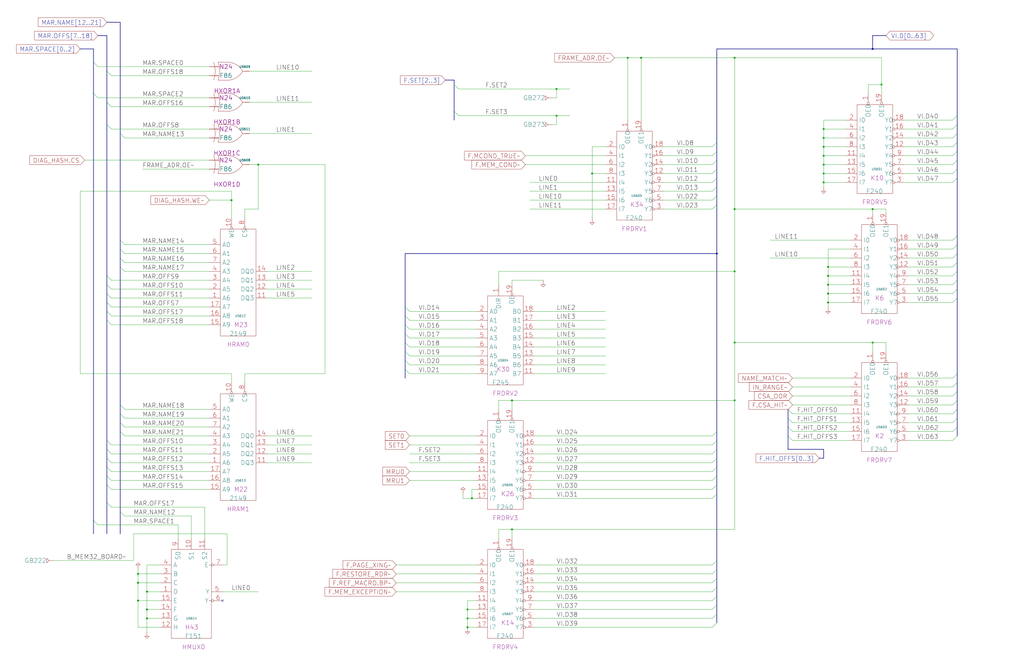
<source format=kicad_sch>
(kicad_sch (version 20250114) (generator "eeschema") (generator_version "9.0")
  (paper "User" 584.2 378.46)
  (title_block (title "HASH FUNCTION / FRAME DRIVER") (date "20-MAR-90") (rev "1.0") (comment 1 "FIU") (comment 2 "232-003065") (comment 3 "S400") (comment 4 "RELEASED"))
  (lib_symbols
    (symbol "r1000:2149" (pin_names (offset 1.016))
      (property "Reference" "U" (at 2.54 5.08 0))
      (property "Value" "2149" (at -3.81 -5.08 0))
      (property "Location" "___" (at -1.27 0 0))
      (property "Name" "______" (at 1.27 -12.7 0))
      (symbol "2149_1_1"
        (pin input line (at -15.24 45.72 0) (length 6.35) (name "A0") (number "5"))
        (pin input line (at -15.24 40.64 0) (length 6.35) (name "A1") (number "6"))
        (pin input line (at -15.24 35.56 0) (length 6.35) (name "A2") (number "7"))
        (pin input line (at -15.24 30.48 0) (length 6.35) (name "A3") (number "4"))
        (pin input line (at -15.24 25.4 0) (length 6.35) (name "A4") (number "3"))
        (pin input line (at -15.24 20.32 0) (length 6.35) (name "A5") (number "2"))
        (pin input line (at -15.24 15.24 0) (length 6.35) (name "A6") (number "1"))
        (pin input line (at -15.24 10.16 0) (length 6.35) (name "A7") (number "17"))
        (pin input line (at -15.24 5.08 0) (length 6.35) (name "A8") (number "16"))
        (pin input line (at -15.24 0 0) (length 6.35) (name "A9") (number "15"))
        (pin input line (at -2.54 60.96 270) (length 5.08) (name "WE") (number "10"))
        (pin input line (at 5.08 60.96 270) (length 5.08) (name "CS") (number "8"))
        (pin bidirectional line (at 17.78 30.48 180) (length 6.35) (name "DQ0") (number "14"))
        (pin bidirectional line (at 17.78 25.4 180) (length 6.35) (name "DQ1") (number "13"))
        (pin bidirectional line (at 17.78 20.32 180) (length 6.35) (name "DQ2") (number "12"))
        (pin bidirectional line (at 17.78 15.24 180) (length 6.35) (name "DQ3") (number "11"))
      )
    )
    (symbol "r1000:F151" (pin_names (offset 1.016))
      (property "Reference" "U" (at 2.54 5.08 0))
      (property "Value" "F151" (at -1.27 -5.08 0))
      (property "Location" "___" (at -1.27 0 0))
      (property "Name" "______" (at 3.81 -12.7 0))
      (symbol "F151_1_1"
        (pin input line (at -15.24 35.56 0) (length 6.35) (name "A") (number "4"))
        (pin input line (at -15.24 30.48 0) (length 6.35) (name "B") (number "3"))
        (pin input line (at -15.24 25.4 0) (length 6.35) (name "C") (number "2"))
        (pin input line (at -15.24 20.32 0) (length 6.35) (name "D") (number "1"))
        (pin input line (at -15.24 15.24 0) (length 6.35) (name "E") (number "15"))
        (pin input line (at -15.24 10.16 0) (length 6.35) (name "F") (number "14"))
        (pin input line (at -15.24 5.08 0) (length 6.35) (name "G") (number "13"))
        (pin input line (at -15.24 0 0) (length 6.35) (name "H") (number "12"))
        (pin input line (at -5.08 50.8 270) (length 6.35) (name "S0") (number "9"))
        (pin input line (at 2.54 50.8 270) (length 6.35) (name "S1") (number "10"))
        (pin input line (at 10.16 50.8 270) (length 6.35) (name "S2") (number "11"))
        (pin input line (at 20.32 35.56 180) (length 5.08) (name "E~") (number "7"))
        (pin output line (at 20.32 20.32 180) (length 6.35) (name "Y") (number "5"))
        (pin output line (at 20.32 15.24 180) (length 5.08) (name "Y~") (number "6"))
      )
    )
    (symbol "r1000:F240" (pin_names (offset 1.016))
      (property "Reference" "U" (at 2.54 5.08 0))
      (property "Value" "F240" (at -3.81 -7.62 0))
      (property "Location" "___" (at -1.27 0 0))
      (property "Name" "______" (at 1.27 -15.24 0))
      (symbol "F240_1_1"
        (pin input line (at -15.24 33.02 0) (length 6.35) (name "I0") (number "2"))
        (pin input line (at -15.24 27.94 0) (length 6.35) (name "I1") (number "4"))
        (pin input line (at -15.24 22.86 0) (length 6.35) (name "I2") (number "6"))
        (pin input line (at -15.24 17.78 0) (length 6.35) (name "I3") (number "8"))
        (pin input line (at -15.24 12.7 0) (length 6.35) (name "I4") (number "11"))
        (pin input line (at -15.24 7.62 0) (length 6.35) (name "I5") (number "13"))
        (pin input line (at -15.24 2.54 0) (length 6.35) (name "I6") (number "15"))
        (pin input line (at -15.24 -2.54 0) (length 6.35) (name "I7") (number "17"))
        (pin input line (at -2.54 48.26 270) (length 5.08) (name "OE0") (number "1"))
        (pin input line (at 5.08 48.26 270) (length 5.08) (name "OE1") (number "19"))
        (pin tri_state line (at 17.78 33.02 180) (length 5.08) (name "Y0") (number "18"))
        (pin tri_state line (at 17.78 27.94 180) (length 5.08) (name "Y1") (number "16"))
        (pin tri_state line (at 17.78 22.86 180) (length 5.08) (name "Y2") (number "14"))
        (pin tri_state line (at 17.78 17.78 180) (length 5.08) (name "Y3") (number "12"))
        (pin tri_state line (at 17.78 12.7 180) (length 5.08) (name "Y4") (number "9"))
        (pin tri_state line (at 17.78 7.62 180) (length 5.08) (name "Y5") (number "7"))
        (pin tri_state line (at 17.78 2.54 180) (length 5.08) (name "Y6") (number "5"))
        (pin tri_state line (at 17.78 -2.54 180) (length 5.08) (name "Y7") (number "3"))
      )
    )
    (symbol "r1000:F245" (pin_names (offset 1.016))
      (property "Reference" "U" (at 2.54 5.08 0))
      (property "Value" "F245" (at -3.81 -7.62 0))
      (property "Location" "___" (at -1.27 0 0))
      (property "Name" "______" (at 3.81 -15.24 0))
      (symbol "F245_1_1"
        (pin bidirectional line (at -12.7 33.02 0) (length 6.35) (name "A0") (number "2"))
        (pin bidirectional line (at -12.7 27.94 0) (length 6.35) (name "A1") (number "3"))
        (pin bidirectional line (at -12.7 22.86 0) (length 6.35) (name "A2") (number "4"))
        (pin bidirectional line (at -12.7 17.78 0) (length 6.35) (name "A3") (number "5"))
        (pin bidirectional line (at -12.7 12.7 0) (length 6.35) (name "A4") (number "6"))
        (pin bidirectional line (at -12.7 7.62 0) (length 6.35) (name "A5") (number "7"))
        (pin bidirectional line (at -12.7 2.54 0) (length 6.35) (name "A6") (number "8"))
        (pin bidirectional line (at -12.7 -2.54 0) (length 6.35) (name "A7") (number "9"))
        (pin input line (at 0 48.26 270) (length 6.35) (name "DIR") (number "1"))
        (pin input line (at 7.62 48.26 270) (length 5.08) (name "OE") (number "19"))
        (pin bidirectional line (at 20.32 33.02 180) (length 6.35) (name "B0") (number "18"))
        (pin bidirectional line (at 20.32 27.94 180) (length 6.35) (name "B1") (number "17"))
        (pin bidirectional line (at 20.32 22.86 180) (length 6.35) (name "B2") (number "16"))
        (pin bidirectional line (at 20.32 17.78 180) (length 6.35) (name "B3") (number "15"))
        (pin bidirectional line (at 20.32 12.7 180) (length 6.35) (name "B4") (number "14"))
        (pin bidirectional line (at 20.32 7.62 180) (length 6.35) (name "B5") (number "13"))
        (pin bidirectional line (at 20.32 2.54 180) (length 6.35) (name "B6") (number "12"))
        (pin bidirectional line (at 20.32 -2.54 180) (length 6.35) (name "B7") (number "11"))
      )
    )
    (symbol "r1000:F86" (pin_numbers (hide yes)) (pin_names (hide yes))
      (property "Reference" "U" (at 12.7 2.54 0))
      (property "Value" "F86" (at 1.905 -2.54 0))
      (property "Location" "___" (at 1.905 2.54 0))
      (property "Name" "______" (at 2.54 -12.7 0))
      (symbol "F86_1_1"
        (pin input line (at -7.62 2.54 0) (length 5.08) (name "D0") (number "1"))
        (pin input line (at -7.62 -2.54 0) (length 5.08) (name "D1") (number "2"))
        (pin output line (at 15.24 0 180) (length 2.54) (name "Q") (number "3"))
      )
    )
    (symbol "r1000:GB" (pin_numbers (hide yes)) (pin_names (offset 0) (hide yes))
      (property "Reference" "GB" (at 3.81 0 0))
      (symbol "GB_1_1"
        (pin bidirectional line (at 0 0 0) (length 2.54) (name "") (number "1"))
      )
    )
    (symbol "r1000:PD" (power) (pin_numbers (hide yes)) (pin_names (hide yes)) (in_bom no)
      (symbol "PD_1_1"
        (pin power_in line (at 0 0 270) (length 2.54) (name "PD") (number "1"))
      )
    )
    (symbol "r1000:PU" (power) (pin_numbers (hide yes)) (pin_names (hide yes))
      (symbol "PU_1_1"
        (pin power_in line (at 0 0 90) (length 2.54) (name "PU") (number "1"))
      )
    )
  )
  (junction (at 83.82 347.98))
  (junction (at 469.9 78.74))
  (junction (at 472.44 172.72))
  (junction (at 292.1 302.26))
  (junction (at 83.82 353.06))
  (junction (at 83.82 337.82))
  (junction (at 337.82 99.06))
  (junction (at 78.74 332.74))
  (junction (at 469.9 93.98))
  (junction (at 317.5 50.8))
  (junction (at 317.5 66.04))
  (junction (at 78.74 342.9))
  (junction (at 497.84 195.58))
  (junction (at 365.76 33.02))
  (junction (at 497.84 27.94))
  (junction (at 269.24 284.48))
  (junction (at 497.84 119.38))
  (junction (at 132.08 114.3))
  (junction (at 469.9 88.9))
  (junction (at 292.1 228.6))
  (junction (at 419.1 228.6))
  (junction (at 358.14 33.02))
  (junction (at 469.9 104.14))
  (junction (at 472.44 157.48))
  (junction (at 266.7 353.06))
  (junction (at 78.74 327.66))
  (junction (at 419.1 119.38))
  (junction (at 408.94 144.78))
  (junction (at 469.9 83.82))
  (junction (at 472.44 152.4))
  (junction (at 266.7 347.98))
  (junction (at 419.1 154.94))
  (junction (at 419.1 195.58))
  (junction (at 266.7 358.14))
  (junction (at 502.92 48.26))
  (junction (at 469.9 99.06))
  (junction (at 147.32 93.98))
  (junction (at 469.9 73.66))
  (junction (at 419.1 33.02))
  (junction (at 472.44 167.64))
  (junction (at 472.44 162.56))
  (no_connect (at 127 342.9))
  (bus_entry (at 408.94 266.7) (size -2.54 2.54))
  (bus_entry (at 60.96 182.88) (size 2.54 2.54))
  (bus_entry (at 68.58 142.24) (size 2.54 2.54))
  (bus_entry (at 408.94 246.38) (size -2.54 2.54))
  (bus_entry (at 408.94 320.04) (size -2.54 2.54))
  (bus_entry (at 546.1 86.36) (size -2.54 2.54))
  (bus_entry (at 259.08 63.5) (size 2.54 2.54))
  (bus_entry (at 408.94 116.84) (size -2.54 2.54))
  (bus_entry (at 408.94 350.52) (size -2.54 2.54))
  (bus_entry (at 60.96 162.56) (size 2.54 2.54))
  (bus_entry (at 546.1 248.92) (size -2.54 2.54))
  (bus_entry (at 408.94 355.6) (size -2.54 2.54))
  (bus_entry (at 546.1 165.1) (size -2.54 2.54))
  (bus_entry (at 68.58 137.16) (size 2.54 2.54))
  (bus_entry (at 449.58 233.68) (size 2.54 2.54))
  (bus_entry (at 408.94 256.54) (size -2.54 2.54))
  (bus_entry (at 408.94 281.94) (size -2.54 2.54))
  (bus_entry (at 546.1 238.76) (size -2.54 2.54))
  (bus_entry (at 60.96 177.8) (size 2.54 2.54))
  (bus_entry (at 60.96 71.12) (size 2.54 2.54))
  (bus_entry (at 408.94 81.28) (size -2.54 2.54))
  (bus_entry (at 60.96 276.86) (size 2.54 2.54))
  (bus_entry (at 60.96 261.62) (size 2.54 2.54))
  (bus_entry (at 60.96 167.64) (size 2.54 2.54))
  (bus_entry (at 546.1 81.28) (size -2.54 2.54))
  (bus_entry (at 408.94 101.6) (size -2.54 2.54))
  (bus_entry (at 408.94 271.78) (size -2.54 2.54))
  (bus_entry (at 546.1 170.18) (size -2.54 2.54))
  (bus_entry (at 60.96 271.78) (size 2.54 2.54))
  (bus_entry (at 546.1 228.6) (size -2.54 2.54))
  (bus_entry (at 449.58 243.84) (size 2.54 2.54))
  (bus_entry (at 68.58 236.22) (size 2.54 2.54))
  (bus_entry (at 408.94 340.36) (size -2.54 2.54))
  (bus_entry (at 546.1 144.78) (size -2.54 2.54))
  (bus_entry (at 68.58 152.4) (size 2.54 2.54))
  (bus_entry (at 546.1 160.02) (size -2.54 2.54))
  (bus_entry (at 546.1 223.52) (size -2.54 2.54))
  (bus_entry (at 231.14 175.26) (size 2.54 2.54))
  (bus_entry (at 231.14 210.82) (size 2.54 2.54))
  (bus_entry (at 53.34 53.34) (size 2.54 2.54))
  (bus_entry (at 259.08 48.26) (size 2.54 2.54))
  (bus_entry (at 408.94 330.2) (size -2.54 2.54))
  (bus_entry (at 408.94 335.28) (size -2.54 2.54))
  (bus_entry (at 53.34 35.56) (size 2.54 2.54))
  (bus_entry (at 408.94 106.68) (size -2.54 2.54))
  (bus_entry (at 231.14 195.58) (size 2.54 2.54))
  (bus_entry (at 408.94 91.44) (size -2.54 2.54))
  (bus_entry (at 546.1 101.6) (size -2.54 2.54))
  (bus_entry (at 546.1 149.86) (size -2.54 2.54))
  (bus_entry (at 546.1 154.94) (size -2.54 2.54))
  (bus_entry (at 408.94 325.12) (size -2.54 2.54))
  (bus_entry (at 60.96 157.48) (size 2.54 2.54))
  (bus_entry (at 60.96 172.72) (size 2.54 2.54))
  (bus_entry (at 449.58 248.92) (size 2.54 2.54))
  (bus_entry (at 60.96 58.42) (size 2.54 2.54))
  (bus_entry (at 546.1 91.44) (size -2.54 2.54))
  (bus_entry (at 68.58 147.32) (size 2.54 2.54))
  (bus_entry (at 68.58 231.14) (size 2.54 2.54))
  (bus_entry (at 546.1 66.04) (size -2.54 2.54))
  (bus_entry (at 546.1 96.52) (size -2.54 2.54))
  (bus_entry (at 231.14 205.74) (size 2.54 2.54))
  (bus_entry (at 546.1 218.44) (size -2.54 2.54))
  (bus_entry (at 60.96 256.54) (size 2.54 2.54))
  (bus_entry (at 546.1 76.2) (size -2.54 2.54))
  (bus_entry (at 231.14 180.34) (size 2.54 2.54))
  (bus_entry (at 231.14 190.5) (size 2.54 2.54))
  (bus_entry (at 408.94 251.46) (size -2.54 2.54))
  (bus_entry (at 546.1 233.68) (size -2.54 2.54))
  (bus_entry (at 231.14 185.42) (size 2.54 2.54))
  (bus_entry (at 231.14 200.66) (size 2.54 2.54))
  (bus_entry (at 546.1 213.36) (size -2.54 2.54))
  (bus_entry (at 408.94 345.44) (size -2.54 2.54))
  (bus_entry (at 60.96 40.64) (size 2.54 2.54))
  (bus_entry (at 68.58 76.2) (size 2.54 2.54))
  (bus_entry (at 53.34 297.18) (size 2.54 2.54))
  (bus_entry (at 408.94 111.76) (size -2.54 2.54))
  (bus_entry (at 449.58 238.76) (size 2.54 2.54))
  (bus_entry (at 408.94 96.52) (size -2.54 2.54))
  (bus_entry (at 68.58 241.3) (size 2.54 2.54))
  (bus_entry (at 408.94 261.62) (size -2.54 2.54))
  (bus_entry (at 68.58 246.38) (size 2.54 2.54))
  (bus_entry (at 60.96 266.7) (size 2.54 2.54))
  (bus_entry (at 60.96 251.46) (size 2.54 2.54))
  (bus_entry (at 68.58 292.1) (size 2.54 2.54))
  (bus_entry (at 546.1 243.84) (size -2.54 2.54))
  (bus_entry (at 408.94 86.36) (size -2.54 2.54))
  (bus_entry (at 546.1 71.12) (size -2.54 2.54))
  (bus_entry (at 408.94 276.86) (size -2.54 2.54))
  (bus_entry (at 546.1 134.62) (size -2.54 2.54))
  (bus_entry (at 546.1 139.7) (size -2.54 2.54))
  (bus_entry (at 60.96 287.02) (size 2.54 2.54))
  (wire (pts (xy 469.9 88.9) (xy 469.9 93.98)))
  (wire (pts (xy 78.74 358.14) (xy 78.74 342.9)))
  (wire (pts (xy 266.7 358.14) (xy 271.78 358.14)))
  (wire (pts (xy 515.62 104.14) (xy 543.56 104.14)))
  (wire (pts (xy 63.5 60.96) (xy 119.38 60.96)))
  (bus (pts (xy 546.1 71.12) (xy 546.1 76.2)))
  (bus (pts (xy 408.94 330.2) (xy 408.94 335.28)))
  (wire (pts (xy 304.8 337.82) (xy 406.4 337.82)))
  (wire (pts (xy 472.44 172.72) (xy 485.14 172.72)))
  (wire (pts (xy 132.08 218.44) (xy 132.08 213.36)))
  (wire (pts (xy 304.8 198.12) (xy 345.44 198.12)))
  (wire (pts (xy 469.9 93.98) (xy 469.9 99.06)))
  (wire (pts (xy 304.8 279.4) (xy 406.4 279.4)))
  (wire (pts (xy 452.12 251.46) (xy 485.14 251.46)))
  (wire (pts (xy 233.68 248.92) (xy 271.78 248.92)))
  (wire (pts (xy 358.14 33.02) (xy 350.52 33.02)))
  (bus (pts (xy 546.1 223.52) (xy 546.1 228.6)))
  (bus (pts (xy 546.1 238.76) (xy 546.1 243.84)))
  (wire (pts (xy 304.8 274.32) (xy 406.4 274.32)))
  (wire (pts (xy 63.5 264.16) (xy 119.38 264.16)))
  (wire (pts (xy 304.8 259.08) (xy 406.4 259.08)))
  (bus (pts (xy 546.1 27.94) (xy 497.84 27.94)))
  (wire (pts (xy 63.5 254) (xy 119.38 254)))
  (wire (pts (xy 419.1 154.94) (xy 419.1 119.38)))
  (wire (pts (xy 71.12 233.68) (xy 119.38 233.68)))
  (wire (pts (xy 345.44 83.82) (xy 337.82 83.82)))
  (wire (pts (xy 233.68 208.28) (xy 271.78 208.28)))
  (wire (pts (xy 226.06 327.66) (xy 271.78 327.66)))
  (bus (pts (xy 60.96 162.56) (xy 60.96 167.64)))
  (wire (pts (xy 469.9 88.9) (xy 482.6 88.9)))
  (wire (pts (xy 304.8 269.24) (xy 406.4 269.24)))
  (wire (pts (xy 497.84 195.58) (xy 505.46 195.58)))
  (bus (pts (xy 231.14 144.78) (xy 231.14 175.26)))
  (bus (pts (xy 55.88 20.32) (xy 60.96 20.32)))
  (wire (pts (xy 63.5 175.26) (xy 119.38 175.26)))
  (wire (pts (xy 378.46 109.22) (xy 406.4 109.22)))
  (wire (pts (xy 304.8 342.9) (xy 406.4 342.9)))
  (bus (pts (xy 546.1 243.84) (xy 546.1 248.92)))
  (bus (pts (xy 546.1 101.6) (xy 546.1 134.62)))
  (bus (pts (xy 408.94 91.44) (xy 408.94 96.52)))
  (wire (pts (xy 78.74 332.74) (xy 78.74 327.66)))
  (wire (pts (xy 142.24 40.64) (xy 177.8 40.64)))
  (wire (pts (xy 142.24 58.42) (xy 177.8 58.42)))
  (bus (pts (xy 546.1 149.86) (xy 546.1 154.94)))
  (bus (pts (xy 408.94 256.54) (xy 408.94 261.62)))
  (wire (pts (xy 515.62 99.06) (xy 543.56 99.06)))
  (wire (pts (xy 304.8 358.14) (xy 406.4 358.14)))
  (wire (pts (xy 337.82 83.82) (xy 337.82 99.06)))
  (wire (pts (xy 292.1 302.26) (xy 419.1 302.26)))
  (wire (pts (xy 502.92 53.34) (xy 502.92 48.26)))
  (wire (pts (xy 233.68 177.8) (xy 271.78 177.8)))
  (bus (pts (xy 497.84 20.32) (xy 505.46 20.32)))
  (wire (pts (xy 284.48 233.68) (xy 284.48 228.6)))
  (wire (pts (xy 83.82 353.06) (xy 91.44 353.06)))
  (wire (pts (xy 271.78 284.48) (xy 269.24 284.48)))
  (bus (pts (xy 68.58 231.14) (xy 68.58 236.22)))
  (wire (pts (xy 304.8 182.88) (xy 345.44 182.88)))
  (wire (pts (xy 185.42 93.98) (xy 147.32 93.98)))
  (wire (pts (xy 271.78 342.9) (xy 266.7 342.9)))
  (bus (pts (xy 546.1 218.44) (xy 546.1 223.52)))
  (bus (pts (xy 60.96 20.32) (xy 60.96 40.64)))
  (wire (pts (xy 518.16 157.48) (xy 543.56 157.48)))
  (bus (pts (xy 408.94 106.68) (xy 408.94 111.76)))
  (wire (pts (xy 472.44 142.24) (xy 485.14 142.24)))
  (wire (pts (xy 233.68 187.96) (xy 271.78 187.96)))
  (wire (pts (xy 63.5 160.02) (xy 119.38 160.02)))
  (wire (pts (xy 502.92 33.02) (xy 419.1 33.02)))
  (wire (pts (xy 518.16 236.22) (xy 543.56 236.22)))
  (wire (pts (xy 129.54 304.8) (xy 129.54 322.58)))
  (bus (pts (xy 60.96 172.72) (xy 60.96 177.8)))
  (bus (pts (xy 408.94 86.36) (xy 408.94 91.44)))
  (wire (pts (xy 78.74 342.9) (xy 78.74 332.74)))
  (wire (pts (xy 292.1 302.26) (xy 292.1 307.34)))
  (wire (pts (xy 497.84 200.66) (xy 497.84 195.58)))
  (wire (pts (xy 518.16 137.16) (xy 543.56 137.16)))
  (wire (pts (xy 518.16 231.14) (xy 543.56 231.14)))
  (bus (pts (xy 408.94 340.36) (xy 408.94 345.44)))
  (wire (pts (xy 299.72 88.9) (xy 345.44 88.9)))
  (bus (pts (xy 60.96 182.88) (xy 60.96 251.46)))
  (wire (pts (xy 142.24 93.98) (xy 147.32 93.98)))
  (wire (pts (xy 233.68 264.16) (xy 271.78 264.16)))
  (wire (pts (xy 518.16 152.4) (xy 543.56 152.4)))
  (wire (pts (xy 469.9 68.58) (xy 469.9 73.66)))
  (wire (pts (xy 304.8 347.98) (xy 406.4 347.98)))
  (bus (pts (xy 546.1 76.2) (xy 546.1 81.28)))
  (wire (pts (xy 139.7 119.38) (xy 139.7 124.46)))
  (bus (pts (xy 546.1 213.36) (xy 546.1 218.44)))
  (wire (pts (xy 419.1 119.38) (xy 497.84 119.38)))
  (bus (pts (xy 546.1 154.94) (xy 546.1 160.02)))
  (wire (pts (xy 83.82 347.98) (xy 83.82 353.06)))
  (bus (pts (xy 408.94 345.44) (xy 408.94 350.52)))
  (wire (pts (xy 419.1 119.38) (xy 419.1 33.02)))
  (bus (pts (xy 408.94 271.78) (xy 408.94 276.86)))
  (bus (pts (xy 546.1 170.18) (xy 546.1 213.36)))
  (bus (pts (xy 408.94 350.52) (xy 408.94 355.6)))
  (wire (pts (xy 518.16 172.72) (xy 543.56 172.72)))
  (wire (pts (xy 304.8 284.48) (xy 406.4 284.48)))
  (bus (pts (xy 546.1 160.02) (xy 546.1 165.1)))
  (bus (pts (xy 546.1 81.28) (xy 546.1 86.36)))
  (wire (pts (xy 264.16 284.48) (xy 264.16 281.94)))
  (wire (pts (xy 472.44 142.24) (xy 472.44 152.4)))
  (wire (pts (xy 304.8 353.06) (xy 406.4 353.06)))
  (bus (pts (xy 546.1 91.44) (xy 546.1 96.52)))
  (bus (pts (xy 53.34 27.94) (xy 53.34 35.56)))
  (wire (pts (xy 469.9 83.82) (xy 469.9 88.9)))
  (bus (pts (xy 546.1 144.78) (xy 546.1 149.86)))
  (wire (pts (xy 152.4 248.92) (xy 177.8 248.92)))
  (bus (pts (xy 408.94 335.28) (xy 408.94 340.36)))
  (bus (pts (xy 68.58 236.22) (xy 68.58 241.3)))
  (wire (pts (xy 71.12 149.86) (xy 119.38 149.86)))
  (bus (pts (xy 497.84 27.94) (xy 497.84 20.32)))
  (wire (pts (xy 497.84 195.58) (xy 419.1 195.58)))
  (bus (pts (xy 259.08 63.5) (xy 259.08 68.58)))
  (wire (pts (xy 469.9 78.74) (xy 469.9 83.82)))
  (bus (pts (xy 231.14 190.5) (xy 231.14 195.58)))
  (wire (pts (xy 63.5 185.42) (xy 119.38 185.42)))
  (wire (pts (xy 71.12 243.84) (xy 119.38 243.84)))
  (bus (pts (xy 231.14 210.82) (xy 231.14 215.9)))
  (wire (pts (xy 63.5 269.24) (xy 119.38 269.24)))
  (wire (pts (xy 284.48 154.94) (xy 419.1 154.94)))
  (wire (pts (xy 515.62 68.58) (xy 543.56 68.58)))
  (bus (pts (xy 53.34 297.18) (xy 53.34 304.8)))
  (bus (pts (xy 68.58 142.24) (xy 68.58 147.32)))
  (wire (pts (xy 505.46 121.92) (xy 505.46 119.38)))
  (wire (pts (xy 469.9 73.66) (xy 482.6 73.66)))
  (wire (pts (xy 71.12 78.74) (xy 119.38 78.74)))
  (wire (pts (xy 302.26 109.22) (xy 345.44 109.22)))
  (bus (pts (xy 497.84 27.94) (xy 408.94 27.94)))
  (bus (pts (xy 449.58 248.92) (xy 449.58 256.54)))
  (wire (pts (xy 472.44 152.4) (xy 485.14 152.4)))
  (bus (pts (xy 60.96 167.64) (xy 60.96 172.72)))
  (wire (pts (xy 518.16 220.98) (xy 543.56 220.98)))
  (wire (pts (xy 63.5 274.32) (xy 119.38 274.32)))
  (bus (pts (xy 449.58 233.68) (xy 449.58 238.76)))
  (wire (pts (xy 502.92 48.26) (xy 502.92 33.02)))
  (wire (pts (xy 71.12 144.78) (xy 119.38 144.78)))
  (bus (pts (xy 60.96 177.8) (xy 60.96 182.88)))
  (wire (pts (xy 518.16 142.24) (xy 543.56 142.24)))
  (wire (pts (xy 505.46 200.66) (xy 505.46 195.58)))
  (wire (pts (xy 358.14 33.02) (xy 358.14 68.58)))
  (bus (pts (xy 231.14 180.34) (xy 231.14 185.42)))
  (wire (pts (xy 266.7 347.98) (xy 266.7 353.06)))
  (wire (pts (xy 152.4 264.16) (xy 177.8 264.16)))
  (bus (pts (xy 68.58 152.4) (xy 68.58 231.14)))
  (bus (pts (xy 68.58 147.32) (xy 68.58 152.4)))
  (wire (pts (xy 48.26 91.44) (xy 119.38 91.44)))
  (bus (pts (xy 546.1 228.6) (xy 546.1 233.68)))
  (wire (pts (xy 71.12 248.92) (xy 119.38 248.92)))
  (wire (pts (xy 233.68 182.88) (xy 271.78 182.88)))
  (wire (pts (xy 518.16 246.38) (xy 543.56 246.38)))
  (wire (pts (xy 266.7 347.98) (xy 271.78 347.98)))
  (wire (pts (xy 518.16 251.46) (xy 543.56 251.46)))
  (wire (pts (xy 76.2 320.04) (xy 76.2 304.8)))
  (bus (pts (xy 408.94 320.04) (xy 408.94 325.12)))
  (wire (pts (xy 83.82 337.82) (xy 91.44 337.82)))
  (wire (pts (xy 518.16 147.32) (xy 543.56 147.32)))
  (wire (pts (xy 472.44 152.4) (xy 472.44 157.48)))
  (wire (pts (xy 226.06 322.58) (xy 271.78 322.58)))
  (wire (pts (xy 472.44 157.48) (xy 472.44 162.56)))
  (wire (pts (xy 472.44 167.64) (xy 485.14 167.64)))
  (wire (pts (xy 132.08 213.36) (xy 45.72 213.36)))
  (wire (pts (xy 71.12 238.76) (xy 119.38 238.76)))
  (wire (pts (xy 518.16 241.3) (xy 543.56 241.3)))
  (bus (pts (xy 546.1 86.36) (xy 546.1 91.44)))
  (bus (pts (xy 68.58 246.38) (xy 68.58 292.1)))
  (wire (pts (xy 515.62 88.9) (xy 543.56 88.9)))
  (wire (pts (xy 127 337.82) (xy 147.32 337.82)))
  (bus (pts (xy 546.1 134.62) (xy 546.1 139.7)))
  (bus (pts (xy 408.94 144.78) (xy 231.14 144.78)))
  (wire (pts (xy 304.8 203.2) (xy 345.44 203.2)))
  (bus (pts (xy 546.1 139.7) (xy 546.1 144.78)))
  (wire (pts (xy 78.74 332.74) (xy 91.44 332.74)))
  (bus (pts (xy 408.94 266.7) (xy 408.94 271.78)))
  (bus (pts (xy 408.94 96.52) (xy 408.94 101.6)))
  (wire (pts (xy 378.46 88.9) (xy 406.4 88.9)))
  (bus (pts (xy 68.58 137.16) (xy 68.58 142.24)))
  (wire (pts (xy 292.1 228.6) (xy 419.1 228.6)))
  (wire (pts (xy 109.22 294.64) (xy 71.12 294.64)))
  (bus (pts (xy 449.58 238.76) (xy 449.58 243.84)))
  (wire (pts (xy 304.8 322.58) (xy 406.4 322.58)))
  (wire (pts (xy 152.4 165.1) (xy 177.8 165.1)))
  (wire (pts (xy 63.5 170.18) (xy 119.38 170.18)))
  (wire (pts (xy 284.48 228.6) (xy 292.1 228.6)))
  (bus (pts (xy 231.14 175.26) (xy 231.14 180.34)))
  (wire (pts (xy 132.08 109.22) (xy 132.08 114.3)))
  (wire (pts (xy 452.12 236.22) (xy 485.14 236.22)))
  (wire (pts (xy 63.5 43.18) (xy 119.38 43.18)))
  (wire (pts (xy 233.68 259.08) (xy 271.78 259.08)))
  (wire (pts (xy 452.12 215.9) (xy 485.14 215.9)))
  (wire (pts (xy 91.44 358.14) (xy 78.74 358.14)))
  (wire (pts (xy 233.68 269.24) (xy 271.78 269.24)))
  (bus (pts (xy 469.9 256.54) (xy 469.9 261.62)))
  (wire (pts (xy 269.24 284.48) (xy 264.16 284.48)))
  (wire (pts (xy 469.9 78.74) (xy 482.6 78.74)))
  (bus (pts (xy 231.14 195.58) (xy 231.14 200.66)))
  (wire (pts (xy 30.48 320.04) (xy 76.2 320.04)))
  (wire (pts (xy 337.82 99.06) (xy 337.82 124.46)))
  (wire (pts (xy 261.62 66.04) (xy 317.5 66.04)))
  (bus (pts (xy 546.1 66.04) (xy 546.1 71.12)))
  (wire (pts (xy 109.22 307.34) (xy 109.22 294.64)))
  (wire (pts (xy 378.46 114.3) (xy 406.4 114.3)))
  (wire (pts (xy 518.16 167.64) (xy 543.56 167.64)))
  (wire (pts (xy 314.96 55.88) (xy 317.5 55.88)))
  (wire (pts (xy 226.06 337.82) (xy 271.78 337.82)))
  (wire (pts (xy 233.68 254) (xy 271.78 254)))
  (wire (pts (xy 284.48 307.34) (xy 284.48 302.26)))
  (wire (pts (xy 317.5 50.8) (xy 317.5 55.88)))
  (wire (pts (xy 472.44 172.72) (xy 472.44 175.26)))
  (bus (pts (xy 60.96 287.02) (xy 60.96 304.8)))
  (bus (pts (xy 546.1 27.94) (xy 546.1 66.04)))
  (wire (pts (xy 419.1 302.26) (xy 419.1 228.6)))
  (wire (pts (xy 55.88 38.1) (xy 119.38 38.1)))
  (wire (pts (xy 261.62 50.8) (xy 317.5 50.8)))
  (wire (pts (xy 142.24 76.2) (xy 177.8 76.2)))
  (bus (pts (xy 60.96 256.54) (xy 60.96 261.62)))
  (wire (pts (xy 452.12 220.98) (xy 485.14 220.98)))
  (wire (pts (xy 469.9 99.06) (xy 482.6 99.06)))
  (wire (pts (xy 119.38 114.3) (xy 132.08 114.3)))
  (wire (pts (xy 472.44 162.56) (xy 485.14 162.56)))
  (wire (pts (xy 233.68 203.2) (xy 271.78 203.2)))
  (bus (pts (xy 60.96 71.12) (xy 60.96 157.48)))
  (wire (pts (xy 469.9 104.14) (xy 482.6 104.14)))
  (bus (pts (xy 408.94 144.78) (xy 408.94 246.38)))
  (wire (pts (xy 292.1 160.02) (xy 309.88 160.02)))
  (bus (pts (xy 231.14 200.66) (xy 231.14 205.74)))
  (wire (pts (xy 101.6 307.34) (xy 101.6 299.72)))
  (wire (pts (xy 304.8 187.96) (xy 345.44 187.96)))
  (wire (pts (xy 63.5 279.4) (xy 119.38 279.4)))
  (wire (pts (xy 233.68 213.36) (xy 271.78 213.36)))
  (wire (pts (xy 266.7 353.06) (xy 266.7 358.14)))
  (bus (pts (xy 408.94 325.12) (xy 408.94 330.2)))
  (bus (pts (xy 60.96 266.7) (xy 60.96 271.78)))
  (wire (pts (xy 71.12 154.94) (xy 119.38 154.94)))
  (wire (pts (xy 45.72 213.36) (xy 45.72 109.22)))
  (wire (pts (xy 83.82 322.58) (xy 83.82 337.82)))
  (wire (pts (xy 304.8 248.92) (xy 406.4 248.92)))
  (wire (pts (xy 378.46 83.82) (xy 406.4 83.82)))
  (bus (pts (xy 60.96 40.64) (xy 60.96 58.42)))
  (wire (pts (xy 515.62 83.82) (xy 543.56 83.82)))
  (bus (pts (xy 408.94 251.46) (xy 408.94 256.54)))
  (bus (pts (xy 68.58 76.2) (xy 68.58 137.16)))
  (wire (pts (xy 269.24 279.4) (xy 269.24 284.48)))
  (bus (pts (xy 60.96 276.86) (xy 60.96 287.02)))
  (wire (pts (xy 515.62 78.74) (xy 543.56 78.74)))
  (wire (pts (xy 83.82 337.82) (xy 83.82 347.98)))
  (wire (pts (xy 317.5 66.04) (xy 325.12 66.04)))
  (bus (pts (xy 254 45.72) (xy 259.08 45.72)))
  (wire (pts (xy 419.1 33.02) (xy 365.76 33.02)))
  (bus (pts (xy 408.94 27.94) (xy 408.94 81.28)))
  (wire (pts (xy 299.72 93.98) (xy 345.44 93.98)))
  (wire (pts (xy 302.26 114.3) (xy 345.44 114.3)))
  (bus (pts (xy 408.94 111.76) (xy 408.94 116.84)))
  (wire (pts (xy 314.96 71.12) (xy 317.5 71.12)))
  (wire (pts (xy 304.8 254) (xy 406.4 254)))
  (wire (pts (xy 152.4 254) (xy 177.8 254)))
  (bus (pts (xy 60.96 251.46) (xy 60.96 256.54)))
  (wire (pts (xy 515.62 73.66) (xy 543.56 73.66)))
  (wire (pts (xy 304.8 208.28) (xy 345.44 208.28)))
  (bus (pts (xy 231.14 205.74) (xy 231.14 210.82)))
  (bus (pts (xy 231.14 185.42) (xy 231.14 190.5)))
  (wire (pts (xy 472.44 162.56) (xy 472.44 167.64)))
  (bus (pts (xy 408.94 276.86) (xy 408.94 281.94)))
  (wire (pts (xy 147.32 119.38) (xy 139.7 119.38)))
  (bus (pts (xy 408.94 101.6) (xy 408.94 106.68)))
  (wire (pts (xy 233.68 193.04) (xy 271.78 193.04)))
  (wire (pts (xy 378.46 93.98) (xy 406.4 93.98)))
  (wire (pts (xy 304.8 213.36) (xy 345.44 213.36)))
  (wire (pts (xy 139.7 213.36) (xy 185.42 213.36)))
  (wire (pts (xy 472.44 157.48) (xy 485.14 157.48)))
  (wire (pts (xy 45.72 109.22) (xy 132.08 109.22)))
  (wire (pts (xy 439.42 147.32) (xy 485.14 147.32)))
  (wire (pts (xy 266.7 353.06) (xy 271.78 353.06)))
  (wire (pts (xy 139.7 218.44) (xy 139.7 213.36)))
  (wire (pts (xy 497.84 121.92) (xy 497.84 119.38)))
  (wire (pts (xy 63.5 73.66) (xy 119.38 73.66)))
  (wire (pts (xy 132.08 114.3) (xy 132.08 124.46)))
  (wire (pts (xy 292.1 228.6) (xy 292.1 233.68)))
  (wire (pts (xy 469.9 73.66) (xy 469.9 78.74)))
  (wire (pts (xy 302.26 104.14) (xy 345.44 104.14)))
  (wire (pts (xy 304.8 332.74) (xy 406.4 332.74)))
  (wire (pts (xy 284.48 162.56) (xy 284.48 154.94)))
  (bus (pts (xy 45.72 27.94) (xy 53.34 27.94)))
  (wire (pts (xy 518.16 226.06) (xy 543.56 226.06)))
  (bus (pts (xy 259.08 48.26) (xy 259.08 63.5)))
  (bus (pts (xy 68.58 241.3) (xy 68.58 246.38)))
  (bus (pts (xy 68.58 292.1) (xy 68.58 304.8)))
  (wire (pts (xy 63.5 165.1) (xy 119.38 165.1)))
  (bus (pts (xy 60.96 271.78) (xy 60.96 276.86)))
  (wire (pts (xy 304.8 177.8) (xy 345.44 177.8)))
  (wire (pts (xy 81.28 96.52) (xy 119.38 96.52)))
  (wire (pts (xy 271.78 279.4) (xy 269.24 279.4)))
  (wire (pts (xy 63.5 180.34) (xy 119.38 180.34)))
  (bus (pts (xy 259.08 45.72) (xy 259.08 48.26)))
  (wire (pts (xy 304.8 193.04) (xy 345.44 193.04)))
  (wire (pts (xy 469.9 93.98) (xy 482.6 93.98)))
  (wire (pts (xy 152.4 154.94) (xy 177.8 154.94)))
  (wire (pts (xy 78.74 327.66) (xy 78.74 325.12)))
  (bus (pts (xy 408.94 281.94) (xy 408.94 320.04)))
  (wire (pts (xy 419.1 228.6) (xy 419.1 195.58)))
  (wire (pts (xy 497.84 119.38) (xy 505.46 119.38)))
  (wire (pts (xy 378.46 119.38) (xy 406.4 119.38)))
  (wire (pts (xy 63.5 259.08) (xy 119.38 259.08)))
  (wire (pts (xy 337.82 99.06) (xy 345.44 99.06)))
  (bus (pts (xy 53.34 35.56) (xy 53.34 53.34)))
  (bus (pts (xy 53.34 53.34) (xy 53.34 297.18)))
  (wire (pts (xy 226.06 332.74) (xy 271.78 332.74)))
  (wire (pts (xy 469.9 104.14) (xy 469.9 106.68)))
  (wire (pts (xy 378.46 104.14) (xy 406.4 104.14)))
  (wire (pts (xy 78.74 327.66) (xy 91.44 327.66)))
  (wire (pts (xy 71.12 139.7) (xy 119.38 139.7)))
  (wire (pts (xy 91.44 342.9) (xy 78.74 342.9)))
  (wire (pts (xy 233.68 274.32) (xy 271.78 274.32)))
  (wire (pts (xy 452.12 226.06) (xy 485.14 226.06)))
  (bus (pts (xy 408.94 81.28) (xy 408.94 86.36)))
  (bus (pts (xy 546.1 165.1) (xy 546.1 170.18)))
  (wire (pts (xy 452.12 246.38) (xy 485.14 246.38)))
  (wire (pts (xy 233.68 198.12) (xy 271.78 198.12)))
  (wire (pts (xy 472.44 167.64) (xy 472.44 172.72)))
  (wire (pts (xy 129.54 322.58) (xy 127 322.58)))
  (wire (pts (xy 378.46 99.06) (xy 406.4 99.06)))
  (wire (pts (xy 304.8 327.66) (xy 406.4 327.66)))
  (wire (pts (xy 55.88 55.88) (xy 119.38 55.88)))
  (wire (pts (xy 116.84 289.56) (xy 63.5 289.56)))
  (bus (pts (xy 60.96 58.42) (xy 60.96 71.12)))
  (wire (pts (xy 266.7 342.9) (xy 266.7 347.98)))
  (wire (pts (xy 419.1 195.58) (xy 419.1 154.94)))
  (wire (pts (xy 152.4 160.02) (xy 177.8 160.02)))
  (wire (pts (xy 91.44 322.58) (xy 83.82 322.58)))
  (bus (pts (xy 60.96 261.62) (xy 60.96 266.7)))
  (wire (pts (xy 185.42 213.36) (xy 185.42 93.98)))
  (bus (pts (xy 60.96 12.7) (xy 68.58 12.7)))
  (wire (pts (xy 482.6 68.58) (xy 469.9 68.58)))
  (wire (pts (xy 147.32 93.98) (xy 147.32 119.38)))
  (bus (pts (xy 469.9 261.62) (xy 467.36 261.62)))
  (bus (pts (xy 449.58 256.54) (xy 469.9 256.54)))
  (wire (pts (xy 284.48 302.26) (xy 292.1 302.26)))
  (wire (pts (xy 101.6 299.72) (xy 55.88 299.72)))
  (bus (pts (xy 60.96 157.48) (xy 60.96 162.56)))
  (wire (pts (xy 152.4 170.18) (xy 177.8 170.18)))
  (wire (pts (xy 116.84 307.34) (xy 116.84 289.56)))
  (bus (pts (xy 449.58 243.84) (xy 449.58 248.92)))
  (bus (pts (xy 546.1 96.52) (xy 546.1 101.6)))
  (wire (pts (xy 515.62 93.98) (xy 543.56 93.98)))
  (wire (pts (xy 452.12 241.3) (xy 485.14 241.3)))
  (wire (pts (xy 317.5 66.04) (xy 317.5 71.12)))
  (bus (pts (xy 408.94 116.84) (xy 408.94 144.78)))
  (wire (pts (xy 83.82 347.98) (xy 91.44 347.98)))
  (wire (pts (xy 469.9 83.82) (xy 482.6 83.82)))
  (wire (pts (xy 317.5 50.8) (xy 325.12 50.8)))
  (wire (pts (xy 83.82 353.06) (xy 83.82 360.68)))
  (bus (pts (xy 546.1 233.68) (xy 546.1 238.76)))
  (bus (pts (xy 408.94 246.38) (xy 408.94 251.46)))
  (wire (pts (xy 304.8 264.16) (xy 406.4 264.16)))
  (wire (pts (xy 452.12 231.14) (xy 485.14 231.14)))
  (wire (pts (xy 495.3 48.26) (xy 502.92 48.26)))
  (wire (pts (xy 365.76 33.02) (xy 365.76 68.58)))
  (wire (pts (xy 469.9 99.06) (xy 469.9 104.14)))
  (wire (pts (xy 365.76 33.02) (xy 358.14 33.02)))
  (wire (pts (xy 495.3 53.34) (xy 495.3 48.26)))
  (wire (pts (xy 76.2 304.8) (xy 129.54 304.8)))
  (bus (pts (xy 408.94 261.62) (xy 408.94 266.7)))
  (wire (pts (xy 152.4 259.08) (xy 177.8 259.08)))
  (wire (pts (xy 439.42 137.16) (xy 485.14 137.16)))
  (bus (pts (xy 68.58 12.7) (xy 68.58 76.2)))
  (wire (pts (xy 302.26 119.38) (xy 345.44 119.38)))
  (wire (pts (xy 292.1 162.56) (xy 292.1 160.02)))
  (wire (pts (xy 518.16 162.56) (xy 543.56 162.56)))
  (wire (pts (xy 518.16 215.9) (xy 543.56 215.9)))
  (label "LINE2" (at 317.5 177.8 0) (effects (font (size 2.54 2.54))))
  (label "LINE3" (at 157.48 160.02 0) (effects (font (size 2.54 2.54))))
  (label "VI.D14" (at 238.76 177.8 0) (effects (font (size 2.54 2.54))))
  (label "MAR.OFFS12" (at 81.28 264.16 0) (effects (font (size 2.54 2.54))))
  (label "VI.D44" (at 523.24 88.9 0) (effects (font (size 2.54 2.54))))
  (label "VI.D21" (at 238.76 213.36 0) (effects (font (size 2.54 2.54))))
  (label "VI.D56" (at 523.24 215.9 0) (effects (font (size 2.54 2.54))))
  (label "VI.D53" (at 523.24 162.56 0) (effects (font (size 2.54 2.54))))
  (label "VI.D35" (at 317.5 337.82 0) (effects (font (size 2.54 2.54))))
  (label "MAR.OFFS18" (at 81.28 43.18 0) (effects (font (size 2.54 2.54))))
  (label "VI.D60" (at 523.24 236.22 0) (effects (font (size 2.54 2.54))))
  (label "MAR.NAME12" (at 76.2 294.64 0) (effects (font (size 2.54 2.54))))
  (label "F.SET2" (at 238.76 259.08 0) (effects (font (size 2.54 2.54))))
  (label "F.SET3" (at 276.86 66.04 0) (effects (font (size 2.54 2.54))))
  (label "MAR.SPACE0" (at 81.28 38.1 0) (effects (font (size 2.54 2.54))))
  (label "VI.D38" (at 317.5 353.06 0) (effects (font (size 2.54 2.54))))
  (label "MAR.OFFS10" (at 81.28 165.1 0) (effects (font (size 2.54 2.54))))
  (label "MAR.OFFS17" (at 76.2 289.56 0) (effects (font (size 2.54 2.54))))
  (label "MAR.OFFS8" (at 81.28 73.66 0) (effects (font (size 2.54 2.54))))
  (label "VI.D34" (at 317.5 332.74 0) (effects (font (size 2.54 2.54))))
  (label "LINE9" (at 317.5 213.36 0) (effects (font (size 2.54 2.54))))
  (label "MAR.OFFS18" (at 81.28 185.42 0) (effects (font (size 2.54 2.54))))
  (label "LINE4" (at 157.48 165.1 0) (effects (font (size 2.54 2.54))))
  (label "MAR.SPACE1" (at 76.2 299.72 0) (effects (font (size 2.54 2.54))))
  (label "F.HIT_OFFS2" (at 454.66 246.38 0) (effects (font (size 2.54 2.54))))
  (label "MAR.OFFS9" (at 81.28 160.02 0) (effects (font (size 2.54 2.54))))
  (label "VI.D13" (at 386.08 109.22 0) (effects (font (size 2.54 2.54))))
  (label "VI.D33" (at 317.5 327.66 0) (effects (font (size 2.54 2.54))))
  (label "VI.D27" (at 317.5 264.16 0) (effects (font (size 2.54 2.54))))
  (label "VI.D12" (at 386.08 104.14 0) (effects (font (size 2.54 2.54))))
  (label "MAR.NAME19" (at 81.28 238.76 0) (effects (font (size 2.54 2.54))))
  (label "VI.D11" (at 386.08 99.06 0) (effects (font (size 2.54 2.54))))
  (label "MAR.OFFS17" (at 81.28 180.34 0) (effects (font (size 2.54 2.54))))
  (label "LINE11" (at 157.48 58.42 0) (effects (font (size 2.54 2.54))))
  (label "VI.D43" (at 523.24 83.82 0) (effects (font (size 2.54 2.54))))
  (label "LINE2" (at 157.48 154.94 0) (effects (font (size 2.54 2.54))))
  (label "MAR.OFFS11" (at 81.28 259.08 0) (effects (font (size 2.54 2.54))))
  (label "LINE6" (at 157.48 248.92 0) (effects (font (size 2.54 2.54))))
  (label "FRAME_ADR.OE~" (at 81.28 96.52 0) (effects (font (size 2.54 2.54))))
  (label "VI.D45" (at 523.24 93.98 0) (effects (font (size 2.54 2.54))))
  (label "MAR.OFFS11" (at 81.28 170.18 0) (effects (font (size 2.54 2.54))))
  (label "VI.D57" (at 523.24 220.98 0) (effects (font (size 2.54 2.54))))
  (label "VI.D49" (at 523.24 142.24 0) (effects (font (size 2.54 2.54))))
  (label "VI.D61" (at 523.24 241.3 0) (effects (font (size 2.54 2.54))))
  (label "LINE10" (at 441.96 147.32 0) (effects (font (size 2.54 2.54))))
  (label "MAR.OFFS15" (at 81.28 279.4 0) (effects (font (size 2.54 2.54))))
  (label "VI.D52" (at 523.24 157.48 0) (effects (font (size 2.54 2.54))))
  (label "VI.D25" (at 317.5 254 0) (effects (font (size 2.54 2.54))))
  (label "MAR.NAME17" (at 81.28 154.94 0) (effects (font (size 2.54 2.54))))
  (label "F.SET3" (at 238.76 264.16 0) (effects (font (size 2.54 2.54))))
  (label "VI.D19" (at 238.76 203.2 0) (effects (font (size 2.54 2.54))))
  (label "F.SET2" (at 276.86 50.8 0) (effects (font (size 2.54 2.54))))
  (label "LINE11" (at 441.96 137.16 0) (effects (font (size 2.54 2.54))))
  (label "MAR.OFFS14" (at 81.28 274.32 0) (effects (font (size 2.54 2.54))))
  (label "VI.D58" (at 523.24 226.06 0) (effects (font (size 2.54 2.54))))
  (label "MAR.OFFS13" (at 81.28 269.24 0) (effects (font (size 2.54 2.54))))
  (label "VI.D37" (at 317.5 347.98 0) (effects (font (size 2.54 2.54))))
  (label "MAR.NAME18" (at 81.28 233.68 0) (effects (font (size 2.54 2.54))))
  (label "VI.D39" (at 317.5 358.14 0) (effects (font (size 2.54 2.54))))
  (label "VI.D54" (at 523.24 167.64 0) (effects (font (size 2.54 2.54))))
  (label "VI.D51" (at 523.24 152.4 0) (effects (font (size 2.54 2.54))))
  (label "MAR.NAME21" (at 81.28 248.92 0) (effects (font (size 2.54 2.54))))
  (label "VI.D46" (at 523.24 99.06 0) (effects (font (size 2.54 2.54))))
  (label "VI.D20" (at 238.76 208.28 0) (effects (font (size 2.54 2.54))))
  (label "LINE5" (at 157.48 170.18 0) (effects (font (size 2.54 2.54))))
  (label "LINE0" (at 307.34 104.14 0) (effects (font (size 2.54 2.54))))
  (label "VI.D26" (at 317.5 259.08 0) (effects (font (size 2.54 2.54))))
  (label "VI.D31" (at 317.5 284.48 0) (effects (font (size 2.54 2.54))))
  (label "MAR.NAME16" (at 81.28 149.86 0) (effects (font (size 2.54 2.54))))
  (label "VI.D18" (at 238.76 198.12 0) (effects (font (size 2.54 2.54))))
  (label "LINE4" (at 317.5 187.96 0) (effects (font (size 2.54 2.54))))
  (label "VI.D16" (at 238.76 187.96 0) (effects (font (size 2.54 2.54))))
  (label "LINE10" (at 157.48 40.64 0) (effects (font (size 2.54 2.54))))
  (label "VI.D62" (at 523.24 246.38 0) (effects (font (size 2.54 2.54))))
  (label "LINE6" (at 317.5 198.12 0) (effects (font (size 2.54 2.54))))
  (label "VI.D24" (at 317.5 248.92 0) (effects (font (size 2.54 2.54))))
  (label "MAR.NAME14" (at 81.28 139.7 0) (effects (font (size 2.54 2.54))))
  (label "LINE11" (at 307.34 119.38 0) (effects (font (size 2.54 2.54))))
  (label "VI.D32" (at 317.5 322.58 0) (effects (font (size 2.54 2.54))))
  (label "B_MEM32_BOARD~" (at 38.1 320.04 0) (effects (font (size 2.54 2.54))))
  (label "LINE0" (at 132.08 337.82 0) (effects (font (size 2.54 2.54))))
  (label "MAR.SPACE2" (at 81.28 55.88 0) (effects (font (size 2.54 2.54))))
  (label "VI.D28" (at 317.5 269.24 0) (effects (font (size 2.54 2.54))))
  (label "VI.D15" (at 238.76 182.88 0) (effects (font (size 2.54 2.54))))
  (label "VI.D63" (at 523.24 251.46 0) (effects (font (size 2.54 2.54))))
  (label "VI.D48" (at 523.24 137.16 0) (effects (font (size 2.54 2.54))))
  (label "VI.D41" (at 523.24 73.66 0) (effects (font (size 2.54 2.54))))
  (label "LINE3" (at 317.5 182.88 0) (effects (font (size 2.54 2.54))))
  (label "LINE9" (at 157.48 264.16 0) (effects (font (size 2.54 2.54))))
  (label "LINE8" (at 317.5 208.28 0) (effects (font (size 2.54 2.54))))
  (label "VI.D42" (at 523.24 78.74 0) (effects (font (size 2.54 2.54))))
  (label "VI.D40" (at 523.24 68.58 0) (effects (font (size 2.54 2.54))))
  (label "LINE5" (at 317.5 193.04 0) (effects (font (size 2.54 2.54))))
  (label "VI.D22" (at 386.08 114.3 0) (effects (font (size 2.54 2.54))))
  (label "VI.D30" (at 317.5 279.4 0) (effects (font (size 2.54 2.54))))
  (label "VI.D55" (at 523.24 172.72 0) (effects (font (size 2.54 2.54))))
  (label "MAR.OFFS10" (at 81.28 254 0) (effects (font (size 2.54 2.54))))
  (label "LINE1" (at 157.48 76.2 0) (effects (font (size 2.54 2.54))))
  (label "LINE10" (at 307.34 114.3 0) (effects (font (size 2.54 2.54))))
  (label "VI.D17" (at 238.76 193.04 0) (effects (font (size 2.54 2.54))))
  (label "VI.D59" (at 523.24 231.14 0) (effects (font (size 2.54 2.54))))
  (label "VI.D36" (at 317.5 342.9 0) (effects (font (size 2.54 2.54))))
  (label "MAR.NAME13" (at 81.28 78.74 0) (effects (font (size 2.54 2.54))))
  (label "LINE7" (at 317.5 203.2 0) (effects (font (size 2.54 2.54))))
  (label "MAR.NAME15" (at 81.28 144.78 0) (effects (font (size 2.54 2.54))))
  (label "MAR.OFFS7" (at 81.28 175.26 0) (effects (font (size 2.54 2.54))))
  (label "LINE1" (at 307.34 109.22 0) (effects (font (size 2.54 2.54))))
  (label "VI.D10" (at 386.08 93.98 0) (effects (font (size 2.54 2.54))))
  (label "VI.D23" (at 386.08 119.38 0) (effects (font (size 2.54 2.54))))
  (label "VI.D9" (at 386.08 88.9 0) (effects (font (size 2.54 2.54))))
  (label "VI.D47" (at 523.24 104.14 0) (effects (font (size 2.54 2.54))))
  (label "MAR.NAME20" (at 81.28 243.84 0) (effects (font (size 2.54 2.54))))
  (label "VI.D50" (at 523.24 147.32 0) (effects (font (size 2.54 2.54))))
  (label "MAR.OFFS16" (at 81.28 60.96 0) (effects (font (size 2.54 2.54))))
  (label "VI.D8" (at 386.08 83.82 0) (effects (font (size 2.54 2.54))))
  (label "F.HIT_OFFS3" (at 454.66 251.46 0) (effects (font (size 2.54 2.54))))
  (label "F.HIT_OFFS1" (at 454.66 241.3 0) (effects (font (size 2.54 2.54))))
  (label "F.HIT_OFFS0" (at 454.66 236.22 0) (effects (font (size 2.54 2.54))))
  (label "LINE7" (at 157.48 254 0) (effects (font (size 2.54 2.54))))
  (label "LINE8" (at 157.48 259.08 0) (effects (font (size 2.54 2.54))))
  (label "VI.D29" (at 317.5 274.32 0) (effects (font (size 2.54 2.54))))
  (global_label "DIAG_HASH.WE~" (shape input) (at 119.38 114.3 180) (effects (font (size 2.54 2.54))) (property "Intersheetrefs" "${INTERSHEET_REFS}" (at 86.0092 114.1413 0) (effects (font (size 1.905 1.905)) (justify right))))
  (global_label "MAR.NAME[12..21]" (shape input) (at 60.96 12.7 180) (effects (font (size 2.54 2.54))) (property "Intersheetrefs" "${INTERSHEET_REFS}" (at 21.7835 12.5413 0) (effects (font (size 1.905 1.905)) (justify right))))
  (global_label "SET0" (shape input) (at 233.68 248.92 180) (effects (font (size 2.54 2.54))) (property "Intersheetrefs" "${INTERSHEET_REFS}" (at 219.7826 248.7613 0) (effects (font (size 1.905 1.905)) (justify right))))
  (global_label "FRAME_ADR.OE~" (shape input) (at 350.52 33.02 180) (effects (font (size 2.54 2.54))) (property "Intersheetrefs" "${INTERSHEET_REFS}" (at 316.4235 32.8613 0) (effects (font (size 1.905 1.905)) (justify right))))
  (global_label "CSA_OOR" (shape input) (at 452.12 226.06 180) (effects (font (size 2.54 2.54))) (property "Intersheetrefs" "${INTERSHEET_REFS}" (at 430.3607 225.9013 0) (effects (font (size 1.905 1.905)) (justify right))))
  (global_label "MAR.SPACE[0..2]" (shape input) (at 45.72 27.94 180) (effects (font (size 2.54 2.54))) (property "Intersheetrefs" "${INTERSHEET_REFS}" (at 9.4464 27.7813 0) (effects (font (size 1.905 1.905)) (justify right))))
  (global_label "NAME_MATCH~" (shape input) (at 452.12 215.9 180) (effects (font (size 2.54 2.54))) (property "Intersheetrefs" "${INTERSHEET_REFS}" (at 421.2892 215.7413 0) (effects (font (size 1.905 1.905)) (justify right))))
  (global_label "F.MCOND_TRUE~" (shape input) (at 299.72 88.9 180) (effects (font (size 2.54 2.54))) (property "Intersheetrefs" "${INTERSHEET_REFS}" (at 265.0188 88.7413 0) (effects (font (size 1.905 1.905)) (justify right))))
  (global_label "MAR.OFFS[7..18]" (shape input) (at 55.88 20.32 180) (effects (font (size 2.54 2.54))) (property "Intersheetrefs" "${INTERSHEET_REFS}" (at 19.7273 20.1613 0) (effects (font (size 1.905 1.905)) (justify right))))
  (global_label "F.REF_MACRO.BP~" (shape input) (at 226.06 332.74 180) (effects (font (size 2.54 2.54))) (property "Intersheetrefs" "${INTERSHEET_REFS}" (at 187.9721 332.5813 0) (effects (font (size 1.905 1.905)) (justify right))))
  (global_label "F.MEM_EXCEPTION~" (shape input) (at 226.06 337.82 180) (effects (font (size 2.54 2.54))) (property "Intersheetrefs" "${INTERSHEET_REFS}" (at 185.4321 337.6613 0) (effects (font (size 1.905 1.905)) (justify right))))
  (global_label "MRU1" (shape input) (at 233.68 274.32 180) (effects (font (size 2.54 2.54))) (property "Intersheetrefs" "${INTERSHEET_REFS}" (at 218.3311 274.1613 0) (effects (font (size 1.905 1.905)) (justify right))))
  (global_label "F.HIT_OFFS[0..3]" (shape input) (at 467.36 261.62 180) (effects (font (size 2.54 2.54))) (property "Intersheetrefs" "${INTERSHEET_REFS}" (at 431.3283 261.4613 0) (effects (font (size 1.905 1.905)) (justify right))))
  (global_label "MRU0" (shape input) (at 233.68 269.24 180) (effects (font (size 2.54 2.54))) (property "Intersheetrefs" "${INTERSHEET_REFS}" (at 218.3311 269.0813 0) (effects (font (size 1.905 1.905)) (justify right))))
  (global_label "F.RESTORE_RDR~" (shape input) (at 226.06 327.66 180) (effects (font (size 2.54 2.54))) (property "Intersheetrefs" "${INTERSHEET_REFS}" (at 189.7864 327.5013 0) (effects (font (size 1.905 1.905)) (justify right))))
  (global_label "VI.D[0..63]" (shape bidirectional) (at 505.46 20.32 0) (effects (font (size 2.54 2.54))) (property "Intersheetrefs" "${INTERSHEET_REFS}" (at 530.485 20.1613 0) (effects (font (size 1.905 1.905)) (justify left))))
  (global_label "DIAG_HASH.CS" (shape input) (at 48.26 91.44 180) (effects (font (size 2.54 2.54))) (property "Intersheetrefs" "${INTERSHEET_REFS}" (at 16.9454 91.2813 0) (effects (font (size 1.905 1.905)) (justify right))))
  (global_label "IN_RANGE~" (shape input) (at 452.12 220.98 180) (effects (font (size 2.54 2.54))) (property "Intersheetrefs" "${INTERSHEET_REFS}" (at 427.4578 220.8213 0) (effects (font (size 1.905 1.905)) (justify right))))
  (global_label "SET1" (shape input) (at 233.68 254 180) (effects (font (size 2.54 2.54))) (property "Intersheetrefs" "${INTERSHEET_REFS}" (at 219.7826 253.8413 0) (effects (font (size 1.905 1.905)) (justify right))))
  (global_label "F.CSA_HIT~" (shape input) (at 452.12 231.14 180) (effects (font (size 2.54 2.54))) (property "Intersheetrefs" "${INTERSHEET_REFS}" (at 427.2159 230.9813 0) (effects (font (size 1.905 1.905)) (justify right))))
  (global_label "F.PAGE_XING~" (shape input) (at 226.06 322.58 180) (effects (font (size 2.54 2.54))) (property "Intersheetrefs" "${INTERSHEET_REFS}" (at 195.713 322.4213 0) (effects (font (size 1.905 1.905)) (justify right))))
  (global_label "F.SET[2..3]" (shape input) (at 254 45.72 180) (effects (font (size 2.54 2.54))) (property "Intersheetrefs" "${INTERSHEET_REFS}" (at 228.4911 45.5613 0) (effects (font (size 1.905 1.905)) (justify right))))
  (global_label "F.MEM_COND~" (shape input) (at 299.72 93.98 180) (effects (font (size 2.54 2.54))) (property "Intersheetrefs" "${INTERSHEET_REFS}" (at 269.2521 93.8213 0) (effects (font (size 1.905 1.905)) (justify right))))
  (symbol (lib_id "r1000:F86") (at 127 76.2 0) (unit 1)
    (property "Reference" "U5611" (at 139.7 73.66 0))
    (property "Value" "F86" (at 128.905 78.74 0) (effects (font (size 2.54 2.54))))
    (property "Location" "N24" (at 128.905 73.66 0) (effects (font (size 2.54 2.54))))
    (property "Name" "HXOR1C" (at 129.54 88.9 0) (effects (font (size 2.54 2.54)) (justify bottom)))
  )
  (symbol (lib_id "r1000:F240") (at 360.68 116.84 0) (unit 1)
    (property "Reference" "U5605" (at 363.22 111.76 0))
    (property "Value" "F240" (at 356.87 124.46 0) (effects (font (size 2.54 2.54)) (justify left)))
    (property "Location" "K34" (at 359.41 116.84 0) (effects (font (size 2.54 2.54)) (justify left)))
    (property "Name" "FRDRV1" (at 361.95 132.08 0) (effects (font (size 2.54 2.54)) (justify bottom)))
  )
  (symbol (lib_id "r1000:PD") (at 309.88 160.02 0) (unit 1) (in_bom no)
    (property "Reference" "#PWR05603" (effects (hide yes)))
    (property "Value" "PD" (effects (hide yes)))
  )
  (symbol (lib_id "r1000:F245") (at 284.48 210.82 0) (unit 1)
    (property "Reference" "U5604" (at 287.02 205.74 0))
    (property "Value" "F245" (at 280.67 218.44 0) (effects (font (size 2.54 2.54)) (justify left)))
    (property "Location" "K30" (at 283.21 210.82 0) (effects (font (size 2.54 2.54)) (justify left)))
    (property "Name" "FRDRV2" (at 288.29 226.06 0) (effects (font (size 2.54 2.54)) (justify bottom)))
  )
  (symbol (lib_id "r1000:F240") (at 287.02 355.6 0) (unit 1)
    (property "Reference" "U5607" (at 289.56 350.52 0))
    (property "Value" "F240" (at 283.21 363.22 0) (effects (font (size 2.54 2.54)) (justify left)))
    (property "Location" "K14" (at 285.75 355.6 0) (effects (font (size 2.54 2.54)) (justify left)))
    (property "Name" "FRDRV4" (at 288.29 370.84 0) (effects (font (size 2.54 2.54)) (justify bottom)))
  )
  (symbol (lib_id "r1000:2149") (at 134.62 185.42 0) (unit 1)
    (property "Reference" "U5612" (at 137.16 180.34 0))
    (property "Value" "2149" (at 130.81 190.5 0) (effects (font (size 2.54 2.54)) (justify left)))
    (property "Location" "M23" (at 133.35 185.42 0) (effects (font (size 2.54 2.54)) (justify left)))
    (property "Name" "HRAM0" (at 135.89 198.12 0) (effects (font (size 2.54 2.54)) (justify bottom)))
  )
  (symbol (lib_id "r1000:PU") (at 78.74 325.12 0) (unit 1)
    (property "Reference" "#PWR05607" (effects (hide yes)))
    (property "Value" "PU" (effects (hide yes)))
  )
  (symbol (lib_id "r1000:GB") (at 314.96 55.88 0) (mirror y) (unit 1)
    (property "Reference" "GB272" (at 311.15 55.88 0) (effects (font (size 2.54 2.54)) (justify left)))
    (property "Value" "GB" (effects (hide yes)))
  )
  (symbol (lib_id "r1000:F86") (at 127 93.98 0) (unit 1)
    (property "Reference" "U5608" (at 139.7 91.44 0))
    (property "Value" "F86" (at 128.905 96.52 0) (effects (font (size 2.54 2.54))))
    (property "Location" "N24" (at 128.905 91.44 0) (effects (font (size 2.54 2.54))))
    (property "Name" "HXOR1D" (at 129.54 106.68 0) (effects (font (size 2.54 2.54)) (justify bottom)))
  )
  (symbol (lib_id "r1000:GB") (at 30.48 320.04 0) (mirror y) (unit 1)
    (property "Reference" "GB222" (at 26.67 320.04 0) (effects (font (size 2.54 2.54)) (justify left)))
    (property "Value" "GB" (effects (hide yes)))
  )
  (symbol (lib_id "r1000:F240") (at 500.38 170.18 0) (unit 1)
    (property "Reference" "U5602" (at 502.92 165.1 0))
    (property "Value" "F240" (at 496.57 177.8 0) (effects (font (size 2.54 2.54)) (justify left)))
    (property "Location" "K6" (at 499.11 170.18 0) (effects (font (size 2.54 2.54)) (justify left)))
    (property "Name" "FRDRV6" (at 501.65 185.42 0) (effects (font (size 2.54 2.54)) (justify bottom)))
  )
  (symbol (lib_id "r1000:PD") (at 469.9 106.68 0) (unit 1) (in_bom no)
    (property "Reference" "#PWR05601" (effects (hide yes)))
    (property "Value" "PD" (effects (hide yes)))
  )
  (symbol (lib_id "r1000:F240") (at 497.84 101.6 0) (unit 1)
    (property "Reference" "U5601" (at 500.38 96.52 0))
    (property "Value" "F240" (at 494.03 109.22 0) (effects (font (size 2.54 2.54)) (justify left)))
    (property "Location" "K10" (at 496.57 101.6 0) (effects (font (size 2.54 2.54)) (justify left)))
    (property "Name" "FRDRV5" (at 499.11 116.84 0) (effects (font (size 2.54 2.54)) (justify bottom)))
  )
  (symbol (lib_id "r1000:GB") (at 314.96 71.12 0) (mirror y) (unit 1)
    (property "Reference" "GB273" (at 311.15 71.12 0) (effects (font (size 2.54 2.54)) (justify left)))
    (property "Value" "GB" (effects (hide yes)))
  )
  (symbol (lib_id "r1000:F151") (at 106.68 358.14 0) (unit 1)
    (property "Reference" "U5614" (at 109.22 353.06 0))
    (property "Value" "F151" (at 105.41 363.22 0) (effects (font (size 2.54 2.54)) (justify left)))
    (property "Location" "H43" (at 105.41 358.14 0) (effects (font (size 2.54 2.54)) (justify left)))
    (property "Name" "HMUX0" (at 110.49 370.84 0) (effects (font (size 2.54 2.54)) (justify bottom)))
  )
  (symbol (lib_id "r1000:F86") (at 127 58.42 0) (unit 1)
    (property "Reference" "U5610" (at 139.7 55.88 0))
    (property "Value" "F86" (at 128.905 60.96 0) (effects (font (size 2.54 2.54))))
    (property "Location" "N24" (at 128.905 55.88 0) (effects (font (size 2.54 2.54))))
    (property "Name" "HXOR1B" (at 129.54 71.12 0) (effects (font (size 2.54 2.54)) (justify bottom)))
  )
  (symbol (lib_id "r1000:PU") (at 264.16 281.94 0) (unit 1)
    (property "Reference" "#PWR05605" (effects (hide yes)))
    (property "Value" "PU" (effects (hide yes)))
  )
  (symbol (lib_id "r1000:F240") (at 500.38 248.92 0) (unit 1)
    (property "Reference" "U5603" (at 502.92 243.84 0))
    (property "Value" "F240" (at 496.57 256.54 0) (effects (font (size 2.54 2.54)) (justify left)))
    (property "Location" "K2" (at 499.11 248.92 0) (effects (font (size 2.54 2.54)) (justify left)))
    (property "Name" "FRDRV7" (at 501.65 264.16 0) (effects (font (size 2.54 2.54)) (justify bottom)))
  )
  (symbol (lib_id "r1000:PD") (at 83.82 360.68 0) (unit 1) (in_bom no)
    (property "Reference" "#PWR05608" (effects (hide yes)))
    (property "Value" "PD" (effects (hide yes)))
  )
  (symbol (lib_id "r1000:PD") (at 266.7 358.14 0) (unit 1) (in_bom no)
    (property "Reference" "#PWR05606" (effects (hide yes)))
    (property "Value" "PD" (effects (hide yes)))
  )
  (symbol (lib_id "r1000:2149") (at 134.62 279.4 0) (unit 1)
    (property "Reference" "U5613" (at 137.16 274.32 0))
    (property "Value" "2149" (at 130.81 284.48 0) (effects (font (size 2.54 2.54)) (justify left)))
    (property "Location" "M22" (at 133.35 279.4 0) (effects (font (size 2.54 2.54)) (justify left)))
    (property "Name" "HRAM1" (at 135.89 292.1 0) (effects (font (size 2.54 2.54)) (justify bottom)))
  )
  (symbol (lib_id "r1000:PD") (at 337.82 124.46 0) (unit 1) (in_bom no)
    (property "Reference" "#PWR05604" (effects (hide yes)))
    (property "Value" "PD" (effects (hide yes)))
  )
  (symbol (lib_id "r1000:F240") (at 287.02 281.94 0) (unit 1)
    (property "Reference" "U5606" (at 289.56 276.86 0))
    (property "Value" "F240" (at 283.21 289.56 0) (effects (font (size 2.54 2.54)) (justify left)))
    (property "Location" "K26" (at 285.75 281.94 0) (effects (font (size 2.54 2.54)) (justify left)))
    (property "Name" "FRDRV3" (at 288.29 297.18 0) (effects (font (size 2.54 2.54)) (justify bottom)))
  )
  (symbol (lib_id "r1000:F86") (at 127 40.64 0) (unit 1)
    (property "Reference" "U5609" (at 139.7 38.1 0))
    (property "Value" "F86" (at 128.905 43.18 0) (effects (font (size 2.54 2.54))))
    (property "Location" "N24" (at 128.905 38.1 0) (effects (font (size 2.54 2.54))))
    (property "Name" "HXOR1A" (at 129.54 53.34 0) (effects (font (size 2.54 2.54)) (justify bottom)))
  )
  (symbol (lib_id "r1000:PD") (at 472.44 175.26 0) (unit 1) (in_bom no)
    (property "Reference" "#PWR05602" (effects (hide yes)))
    (property "Value" "PD" (effects (hide yes)))
  )
)
</source>
